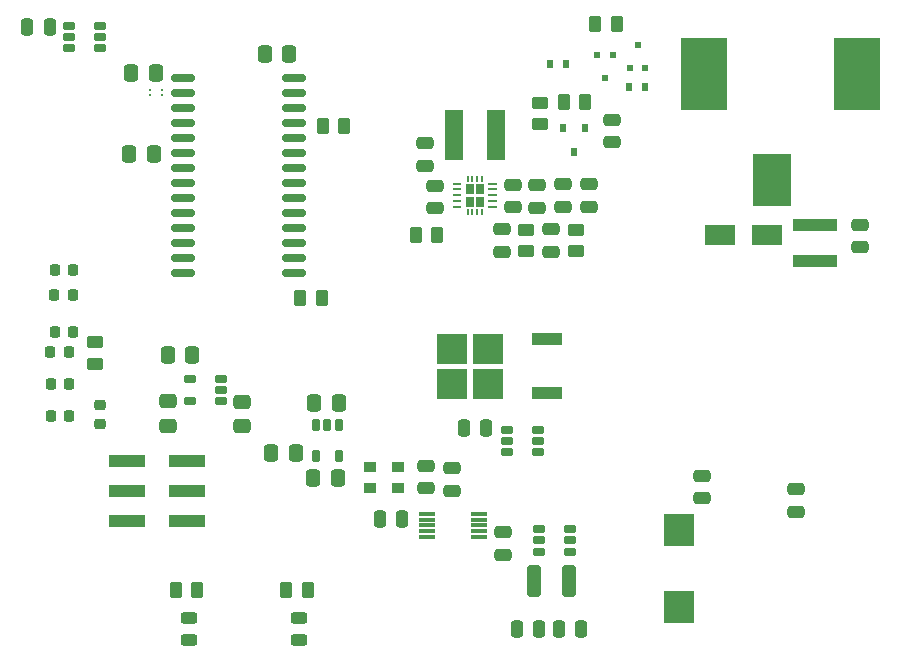
<source format=gbr>
%TF.GenerationSoftware,KiCad,Pcbnew,(6.0.4-0)*%
%TF.CreationDate,2023-07-28T13:04:44-04:00*%
%TF.ProjectId,SignalSlinger,5369676e-616c-4536-9c69-6e6765722e6b,rev?*%
%TF.SameCoordinates,Original*%
%TF.FileFunction,Paste,Top*%
%TF.FilePolarity,Positive*%
%FSLAX46Y46*%
G04 Gerber Fmt 4.6, Leading zero omitted, Abs format (unit mm)*
G04 Created by KiCad (PCBNEW (6.0.4-0)) date 2023-07-28 13:04:44*
%MOMM*%
%LPD*%
G01*
G04 APERTURE LIST*
G04 Aperture macros list*
%AMRoundRect*
0 Rectangle with rounded corners*
0 $1 Rounding radius*
0 $2 $3 $4 $5 $6 $7 $8 $9 X,Y pos of 4 corners*
0 Add a 4 corners polygon primitive as box body*
4,1,4,$2,$3,$4,$5,$6,$7,$8,$9,$2,$3,0*
0 Add four circle primitives for the rounded corners*
1,1,$1+$1,$2,$3*
1,1,$1+$1,$4,$5*
1,1,$1+$1,$6,$7*
1,1,$1+$1,$8,$9*
0 Add four rect primitives between the rounded corners*
20,1,$1+$1,$2,$3,$4,$5,0*
20,1,$1+$1,$4,$5,$6,$7,0*
20,1,$1+$1,$6,$7,$8,$9,0*
20,1,$1+$1,$8,$9,$2,$3,0*%
G04 Aperture macros list end*
%ADD10R,0.230000X0.230000*%
%ADD11O,0.800000X0.230000*%
%ADD12R,0.230000X0.600000*%
%ADD13R,0.650000X0.900000*%
%ADD14R,0.150000X0.600000*%
%ADD15RoundRect,0.218750X-0.218750X-0.256250X0.218750X-0.256250X0.218750X0.256250X-0.218750X0.256250X0*%
%ADD16RoundRect,0.250000X-0.262500X-0.450000X0.262500X-0.450000X0.262500X0.450000X-0.262500X0.450000X0*%
%ADD17RoundRect,0.250000X0.337500X0.475000X-0.337500X0.475000X-0.337500X-0.475000X0.337500X-0.475000X0*%
%ADD18RoundRect,0.150000X-0.150000X0.400000X-0.150000X-0.400000X0.150000X-0.400000X0.150000X0.400000X0*%
%ADD19RoundRect,0.243750X0.456250X-0.243750X0.456250X0.243750X-0.456250X0.243750X-0.456250X-0.243750X0*%
%ADD20RoundRect,0.250000X-0.475000X0.250000X-0.475000X-0.250000X0.475000X-0.250000X0.475000X0.250000X0*%
%ADD21RoundRect,0.250000X0.450000X-0.262500X0.450000X0.262500X-0.450000X0.262500X-0.450000X-0.262500X0*%
%ADD22R,1.500000X4.200000*%
%ADD23R,0.600000X0.700000*%
%ADD24R,2.500000X1.800000*%
%ADD25RoundRect,0.218750X0.218750X0.256250X-0.218750X0.256250X-0.218750X-0.256250X0.218750X-0.256250X0*%
%ADD26R,3.150000X1.000000*%
%ADD27RoundRect,0.250000X0.475000X-0.250000X0.475000X0.250000X-0.475000X0.250000X-0.475000X-0.250000X0*%
%ADD28R,0.470000X0.600000*%
%ADD29RoundRect,0.250000X0.475000X-0.337500X0.475000X0.337500X-0.475000X0.337500X-0.475000X-0.337500X0*%
%ADD30R,3.300000X4.400000*%
%ADD31R,3.900000X6.200000*%
%ADD32RoundRect,0.250000X-0.450000X0.262500X-0.450000X-0.262500X0.450000X-0.262500X0.450000X0.262500X0*%
%ADD33RoundRect,0.250000X-0.337500X-0.475000X0.337500X-0.475000X0.337500X0.475000X-0.337500X0.475000X0*%
%ADD34RoundRect,0.250000X0.250000X0.475000X-0.250000X0.475000X-0.250000X-0.475000X0.250000X-0.475000X0*%
%ADD35C,0.250000*%
%ADD36RoundRect,0.150000X-0.400000X-0.150000X0.400000X-0.150000X0.400000X0.150000X-0.400000X0.150000X0*%
%ADD37RoundRect,0.250000X-0.250000X-0.475000X0.250000X-0.475000X0.250000X0.475000X-0.250000X0.475000X0*%
%ADD38R,3.700000X1.100000*%
%ADD39R,1.000000X0.900000*%
%ADD40RoundRect,0.150000X0.875000X0.150000X-0.875000X0.150000X-0.875000X-0.150000X0.875000X-0.150000X0*%
%ADD41RoundRect,0.250000X0.262500X0.450000X-0.262500X0.450000X-0.262500X-0.450000X0.262500X-0.450000X0*%
%ADD42RoundRect,0.218750X-0.256250X0.218750X-0.256250X-0.218750X0.256250X-0.218750X0.256250X0.218750X0*%
%ADD43RoundRect,0.150000X0.400000X0.150000X-0.400000X0.150000X-0.400000X-0.150000X0.400000X-0.150000X0*%
%ADD44R,1.400000X0.300000*%
%ADD45R,2.550000X2.770000*%
%ADD46RoundRect,0.250000X0.325000X1.100000X-0.325000X1.100000X-0.325000X-1.100000X0.325000X-1.100000X0*%
%ADD47R,2.650000X2.600000*%
%ADD48R,2.600000X1.060000*%
G04 APERTURE END LIST*
D10*
%TO.C,U203*%
X87631000Y-76550000D03*
D11*
X87916000Y-76550000D03*
X87916000Y-77050000D03*
D10*
X87631000Y-77050000D03*
D11*
X87916000Y-77550000D03*
D10*
X87631000Y-77550000D03*
X87631000Y-78050000D03*
D11*
X87916000Y-78050000D03*
X87916000Y-78550000D03*
D10*
X87631000Y-78550000D03*
D11*
X90866000Y-78550000D03*
D10*
X91151000Y-78550000D03*
X91151000Y-78050000D03*
D11*
X90866000Y-78050000D03*
X90866000Y-77550000D03*
D10*
X91151000Y-77550000D03*
X91151000Y-77050000D03*
D11*
X90866000Y-77050000D03*
D10*
X91151000Y-76550000D03*
D11*
X90866000Y-76550000D03*
D12*
X89991000Y-76125000D03*
X89591000Y-78975000D03*
X89591000Y-76125000D03*
D13*
X89826000Y-76990000D03*
D14*
X89991000Y-76125000D03*
D13*
X88956000Y-76990000D03*
D14*
X89591000Y-78975000D03*
D12*
X89191000Y-76125000D03*
D13*
X88956000Y-78110000D03*
D14*
X89991000Y-78975000D03*
D12*
X89991000Y-78975000D03*
D13*
X89826000Y-78110000D03*
D12*
X88791000Y-76125000D03*
D14*
X89191000Y-78975000D03*
X88791000Y-76125000D03*
X89191000Y-76125000D03*
D12*
X88791000Y-78975000D03*
D14*
X88791000Y-78975000D03*
X89591000Y-76125000D03*
D12*
X89191000Y-78975000D03*
%TD*%
D15*
%TO.C,D106*%
X53472500Y-93550000D03*
X55047500Y-93550000D03*
%TD*%
D16*
%TO.C,R104*%
X64080000Y-110970000D03*
X65905000Y-110970000D03*
%TD*%
D17*
%TO.C,C102*%
X73697500Y-65560000D03*
X71622500Y-65560000D03*
%TD*%
D18*
%TO.C,U202*%
X77860000Y-97000000D03*
X76910000Y-97000000D03*
X75960000Y-97000000D03*
X75960000Y-99600000D03*
X77860000Y-99600000D03*
%TD*%
D19*
%TO.C,D103*%
X65185000Y-115237500D03*
X65185000Y-113362500D03*
%TD*%
D20*
%TO.C,C108*%
X91770000Y-106090000D03*
X91770000Y-107990000D03*
%TD*%
D21*
%TO.C,R202*%
X97920000Y-82272500D03*
X97920000Y-80447500D03*
%TD*%
D22*
%TO.C,L202*%
X87590000Y-72430000D03*
X91190000Y-72430000D03*
%TD*%
D15*
%TO.C,D110*%
X53812500Y-89090000D03*
X55387500Y-89090000D03*
%TD*%
D23*
%TO.C,D201*%
X98750000Y-71870000D03*
X96850000Y-71870000D03*
X97800000Y-73870000D03*
%TD*%
D21*
%TO.C,R103*%
X94890000Y-71542500D03*
X94890000Y-69717500D03*
%TD*%
D24*
%TO.C,D202*%
X114140000Y-80870000D03*
X110140000Y-80870000D03*
%TD*%
D25*
%TO.C,D109*%
X55407500Y-83840000D03*
X53832500Y-83840000D03*
%TD*%
D26*
%TO.C,P101*%
X59955000Y-100070000D03*
X65005000Y-100070000D03*
X59955000Y-102610000D03*
X65005000Y-102610000D03*
X59955000Y-105150000D03*
X65005000Y-105150000D03*
%TD*%
D27*
%TO.C,C301*%
X116550000Y-104330000D03*
X116550000Y-102430000D03*
%TD*%
%TO.C,C105*%
X85260000Y-102330000D03*
X85260000Y-100430000D03*
%TD*%
D17*
%TO.C,C101*%
X62397500Y-67150000D03*
X60322500Y-67150000D03*
%TD*%
D28*
%TO.C,Q102*%
X102540000Y-66760000D03*
X103840000Y-66760000D03*
X103190000Y-64860000D03*
%TD*%
D29*
%TO.C,C203*%
X69720000Y-97087500D03*
X69720000Y-95012500D03*
%TD*%
D30*
%TO.C,J201*%
X114580000Y-76260000D03*
D31*
X121730000Y-67260000D03*
X108830000Y-67260000D03*
%TD*%
D32*
%TO.C,R203*%
X93750000Y-80447500D03*
X93750000Y-82272500D03*
%TD*%
D33*
%TO.C,C210*%
X75722500Y-101490000D03*
X77797500Y-101490000D03*
%TD*%
D20*
%TO.C,C212*%
X92610000Y-76670000D03*
X92610000Y-78570000D03*
%TD*%
D27*
%TO.C,C213*%
X94650000Y-78580000D03*
X94650000Y-76680000D03*
%TD*%
D33*
%TO.C,C103*%
X60142500Y-74020000D03*
X62217500Y-74020000D03*
%TD*%
D32*
%TO.C,R106*%
X57260000Y-90007500D03*
X57260000Y-91832500D03*
%TD*%
D34*
%TO.C,C216*%
X53410000Y-63330000D03*
X51510000Y-63330000D03*
%TD*%
D20*
%TO.C,C204*%
X122020000Y-80040000D03*
X122020000Y-81940000D03*
%TD*%
D34*
%TO.C,C107*%
X83240000Y-104920000D03*
X81340000Y-104920000D03*
%TD*%
D20*
%TO.C,C211*%
X95840000Y-80440000D03*
X95840000Y-82340000D03*
%TD*%
D28*
%TO.C,Q101*%
X101060000Y-65690000D03*
X99760000Y-65690000D03*
X100410000Y-67590000D03*
%TD*%
D19*
%TO.C,D104*%
X74525000Y-115237500D03*
X74525000Y-113362500D03*
%TD*%
D16*
%TO.C,R105*%
X73422500Y-110970000D03*
X75247500Y-110970000D03*
%TD*%
D27*
%TO.C,C205*%
X86040000Y-78650000D03*
X86040000Y-76750000D03*
%TD*%
D35*
%TO.C,X101*%
X61870000Y-69070000D03*
X62870000Y-69070000D03*
X62870000Y-68650000D03*
X61870000Y-68650000D03*
%TD*%
D27*
%TO.C,C106*%
X87420000Y-102570000D03*
X87420000Y-100670000D03*
%TD*%
D34*
%TO.C,R107*%
X94850000Y-114270000D03*
X92950000Y-114270000D03*
%TD*%
D27*
%TO.C,C215*%
X99030000Y-78530000D03*
X99030000Y-76630000D03*
%TD*%
D17*
%TO.C,C202*%
X65477500Y-91090000D03*
X63402500Y-91090000D03*
%TD*%
D20*
%TO.C,C207*%
X85160000Y-73150000D03*
X85160000Y-75050000D03*
%TD*%
D17*
%TO.C,C209*%
X74227500Y-99390000D03*
X72152500Y-99390000D03*
%TD*%
D36*
%TO.C,U204*%
X55020000Y-63180000D03*
X55020000Y-64130000D03*
X55020000Y-65080000D03*
X57620000Y-65080000D03*
X57620000Y-64130000D03*
X57620000Y-63180000D03*
%TD*%
D23*
%TO.C,D101*%
X103830000Y-68410000D03*
X102430000Y-68410000D03*
%TD*%
D16*
%TO.C,R205*%
X74627500Y-86230000D03*
X76452500Y-86230000D03*
%TD*%
D15*
%TO.C,D112*%
X53492500Y-96250000D03*
X55067500Y-96250000D03*
%TD*%
D37*
%TO.C,C109*%
X88480000Y-97290000D03*
X90380000Y-97290000D03*
%TD*%
D29*
%TO.C,C201*%
X63440000Y-97037500D03*
X63440000Y-94962500D03*
%TD*%
D38*
%TO.C,L201*%
X118215000Y-80070000D03*
X118215000Y-83070000D03*
%TD*%
D39*
%TO.C,X102*%
X82900000Y-100530000D03*
X80500000Y-100530000D03*
X80500000Y-102330000D03*
X82900000Y-102330000D03*
%TD*%
D23*
%TO.C,D102*%
X97150000Y-66440000D03*
X95750000Y-66440000D03*
%TD*%
D36*
%TO.C,U103*%
X92107500Y-97400000D03*
X92107500Y-98350000D03*
X92107500Y-99300000D03*
X94707500Y-99300000D03*
X94707500Y-98350000D03*
X94707500Y-97400000D03*
%TD*%
D40*
%TO.C,U101*%
X74120000Y-84115000D03*
X74120000Y-82845000D03*
X74120000Y-81575000D03*
X74120000Y-80305000D03*
X74120000Y-79035000D03*
X74120000Y-77765000D03*
X74120000Y-76495000D03*
X74120000Y-75225000D03*
X74120000Y-73955000D03*
X74120000Y-72685000D03*
X74120000Y-71415000D03*
X74120000Y-70145000D03*
X74120000Y-68875000D03*
X74120000Y-67605000D03*
X64720000Y-67605000D03*
X64720000Y-68875000D03*
X64720000Y-70145000D03*
X64720000Y-71415000D03*
X64720000Y-72685000D03*
X64720000Y-73955000D03*
X64720000Y-75225000D03*
X64720000Y-76495000D03*
X64720000Y-77765000D03*
X64720000Y-79035000D03*
X64720000Y-80305000D03*
X64720000Y-81575000D03*
X64720000Y-82845000D03*
X64720000Y-84115000D03*
%TD*%
D25*
%TO.C,D108*%
X55367500Y-86020000D03*
X53792500Y-86020000D03*
%TD*%
D41*
%TO.C,R201*%
X86222500Y-80950000D03*
X84397500Y-80950000D03*
%TD*%
D20*
%TO.C,C104*%
X101000000Y-71170000D03*
X101000000Y-73070000D03*
%TD*%
D34*
%TO.C,R108*%
X98380000Y-114270000D03*
X96480000Y-114270000D03*
%TD*%
D42*
%TO.C,D111*%
X57700000Y-95332500D03*
X57700000Y-96907500D03*
%TD*%
D43*
%TO.C,U104*%
X97420000Y-107720000D03*
X97420000Y-106770000D03*
X97420000Y-105820000D03*
X94820000Y-105820000D03*
X94820000Y-106770000D03*
X94820000Y-107720000D03*
%TD*%
D41*
%TO.C,R204*%
X78342500Y-71690000D03*
X76517500Y-71690000D03*
%TD*%
D44*
%TO.C,U102*%
X85310000Y-104500000D03*
X85310000Y-105000000D03*
X85310000Y-105500000D03*
X85310000Y-106000000D03*
X85310000Y-106500000D03*
X89710000Y-106500000D03*
X89710000Y-106000000D03*
X89710000Y-105500000D03*
X89710000Y-105000000D03*
X89710000Y-104500000D03*
%TD*%
D25*
%TO.C,D105*%
X55027500Y-90800000D03*
X53452500Y-90800000D03*
%TD*%
D45*
%TO.C,C111*%
X106640000Y-105910000D03*
X106640000Y-112370000D03*
%TD*%
D46*
%TO.C,C110*%
X97375000Y-110230000D03*
X94425000Y-110230000D03*
%TD*%
D33*
%TO.C,C206*%
X75782500Y-95150000D03*
X77857500Y-95150000D03*
%TD*%
D20*
%TO.C,C208*%
X91700000Y-80430000D03*
X91700000Y-82330000D03*
%TD*%
D41*
%TO.C,R101*%
X101432500Y-63030000D03*
X99607500Y-63030000D03*
%TD*%
D27*
%TO.C,C214*%
X96880000Y-78520000D03*
X96880000Y-76620000D03*
%TD*%
D47*
%TO.C,D107*%
X90490000Y-90520000D03*
X87460000Y-90520000D03*
X90490000Y-93520000D03*
X87460000Y-93520000D03*
D48*
X95530000Y-94306000D03*
X95530000Y-89734000D03*
%TD*%
D16*
%TO.C,R102*%
X96937500Y-69680000D03*
X98762500Y-69680000D03*
%TD*%
D27*
%TO.C,C112*%
X108620000Y-103180000D03*
X108620000Y-101280000D03*
%TD*%
D43*
%TO.C,U201*%
X67890000Y-94960000D03*
X67890000Y-94010000D03*
X67890000Y-93060000D03*
X65290000Y-93060000D03*
X65290000Y-94960000D03*
%TD*%
M02*

</source>
